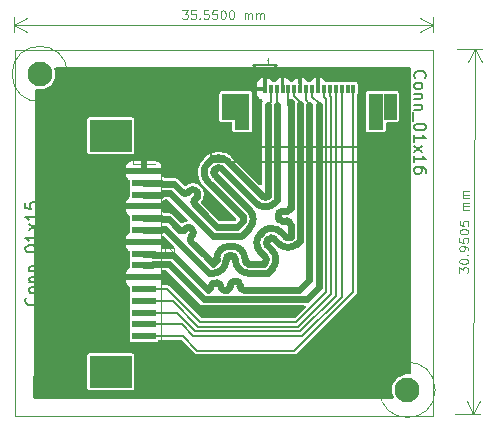
<source format=gbr>
%TF.GenerationSoftware,KiCad,Pcbnew,8.0.3-8.0.3-0~ubuntu22.04.1*%
%TF.CreationDate,2024-07-04T16:51:48+05:30*%
%TF.ProjectId,CSI,4353492e-6b69-4636-9164-5f7063625858,rev?*%
%TF.SameCoordinates,Original*%
%TF.FileFunction,Other,User*%
%FSLAX46Y46*%
G04 Gerber Fmt 4.6, Leading zero omitted, Abs format (unit mm)*
G04 Created by KiCad (PCBNEW 8.0.3-8.0.3-0~ubuntu22.04.1) date 2024-07-04 16:51:48*
%MOMM*%
%LPD*%
G01*
G04 APERTURE LIST*
%ADD10C,0.050000*%
%ADD11C,0.127000*%
%ADD12C,2.100000*%
%TA.AperFunction,EtchedComponent*%
%ADD13C,0.000000*%
%TD*%
%TA.AperFunction,SMDPad,CuDef*%
%ADD14R,2.000000X0.610000*%
%TD*%
%TA.AperFunction,SMDPad,CuDef*%
%ADD15R,3.600000X2.680000*%
%TD*%
%TA.AperFunction,SMDPad,CuDef*%
%ADD16R,0.300000X0.800000*%
%TD*%
%TA.AperFunction,SMDPad,CuDef*%
%ADD17R,1.300000X3.049999*%
%TD*%
%TA.AperFunction,Conductor*%
%ADD18C,0.600000*%
%TD*%
%TA.AperFunction,Conductor*%
%ADD19C,0.200000*%
%TD*%
%ADD20C,0.000000*%
%ADD21R,2.000000X0.610000*%
%ADD22R,3.600000X2.680000*%
%ADD23R,0.300000X0.800000*%
%ADD24R,1.300000X3.049999*%
%ADD25C,0.100000*%
%ADD26C,0.150000*%
%ADD27C,0.120000*%
%ADD28C,0.152400*%
%TA.AperFunction,Profile*%
%ADD29C,0.100000*%
%TD*%
G04 APERTURE END LIST*
D10*
%TO.C,H2*%
X174700000Y-113950000D02*
G75*
G02*
X170000000Y-113950000I-2350000J0D01*
G01*
X170000000Y-113950000D02*
G75*
G02*
X174700000Y-113950000I2350000J0D01*
G01*
%TO.C,H1*%
X143575000Y-87225000D02*
G75*
G02*
X138875000Y-87225000I-2350000J0D01*
G01*
X138875000Y-87225000D02*
G75*
G02*
X143575000Y-87225000I2350000J0D01*
G01*
%TO.C,J2*%
X141225000Y-90465000D02*
X141225000Y-114385000D01*
X141225000Y-114385000D02*
X151525000Y-114385000D01*
X151525000Y-90465000D02*
X141225000Y-90465000D01*
X151525000Y-114385000D02*
X151525000Y-90465000D01*
D11*
%TO.C,J1*%
X155705006Y-87105000D02*
X155705006Y-94645000D01*
X155705006Y-94645000D02*
X172344978Y-94645000D01*
X172344978Y-94645000D02*
X172344978Y-87105000D01*
X172344978Y-87105000D02*
X155705006Y-87105000D01*
%TD*%
D12*
%TO.C,H2*%
X172350000Y-113950000D03*
%TD*%
%TO.C,H1*%
X141225000Y-87225000D03*
%TD*%
D13*
%TA.AperFunction,EtchedComponent*%
%TO.C,J1*%
G36*
X157724992Y-91075000D02*
G01*
X156624992Y-91075000D01*
X156624992Y-88875000D01*
X157724992Y-88875000D01*
X157724992Y-91075000D01*
G37*
%TD.AperFunction*%
%TA.AperFunction,EtchedComponent*%
G36*
X171424992Y-91075000D02*
G01*
X170324992Y-91075000D01*
X170324992Y-88875000D01*
X171424992Y-88875000D01*
X171424992Y-91075000D01*
G37*
%TD.AperFunction*%
%TD*%
D14*
%TO.P,J2,1,Pin_1*%
%TO.N,GND*%
X150025000Y-95425000D03*
%TO.P,J2,2,Pin_2*%
%TO.N,MIPO_DN0*%
X150025000Y-96425000D03*
%TO.P,J2,3,Pin_3*%
%TO.N,MIPO_DP0*%
X150025000Y-97425000D03*
%TO.P,J2,4,Pin_4*%
%TO.N,GND*%
X150025000Y-98425000D03*
%TO.P,J2,5,Pin_5*%
%TO.N,MIPO_DN1*%
X150025000Y-99425000D03*
%TO.P,J2,6,Pin_6*%
%TO.N,MIPO_DP1*%
X150025000Y-100425000D03*
%TO.P,J2,7,Pin_7*%
%TO.N,GND*%
X150025000Y-101425000D03*
%TO.P,J2,8,Pin_8*%
%TO.N,MIPO_CKN*%
X150025000Y-102425000D03*
%TO.P,J2,9,Pin_9*%
%TO.N,MIPO_CKP*%
X150025000Y-103425000D03*
%TO.P,J2,10,Pin_10*%
%TO.N,GND*%
X150025000Y-104425000D03*
%TO.P,J2,11,Pin_11*%
%TO.N,SENSOR_RSTN*%
X150025000Y-105425000D03*
%TO.P,J2,12,Pin_12*%
%TO.N,SENSOR_CLK*%
X150025000Y-106425000D03*
%TO.P,J2,13,Pin_13*%
%TO.N,I2C_SCL*%
X150025000Y-107425000D03*
%TO.P,J2,14,Pin_14*%
%TO.N,I2C_SDA*%
X150025000Y-108425000D03*
%TO.P,J2,15,Pin_15*%
%TO.N,3V3*%
X150025000Y-109425000D03*
D15*
%TO.P,J2,MP*%
%TO.N,N/C*%
X147225000Y-92435000D03*
X147225000Y-112415000D03*
%TD*%
D16*
%TO.P,J1,1,Pin_1*%
%TO.N,GND*%
X160275000Y-88475000D03*
%TO.P,J1,2,Pin_2*%
%TO.N,MIPO_DN0*%
X160774998Y-88475000D03*
%TO.P,J1,3,Pin_3*%
%TO.N,MIPO_DP0*%
X161275000Y-88475000D03*
%TO.P,J1,4,Pin_4*%
%TO.N,GND*%
X161774999Y-88475000D03*
%TO.P,J1,5,Pin_5*%
%TO.N,MIPO_DN1*%
X162275001Y-88475000D03*
%TO.P,J1,6,Pin_6*%
%TO.N,MIPO_DP1*%
X162775000Y-88475000D03*
%TO.P,J1,7,Pin_7*%
%TO.N,GND*%
X163274999Y-88475000D03*
%TO.P,J1,8,Pin_8*%
%TO.N,MIPO_CKN*%
X163775000Y-88475000D03*
%TO.P,J1,9,Pin_9*%
%TO.N,MIPO_CKP*%
X164274999Y-88475000D03*
%TO.P,J1,10,Pin_10*%
%TO.N,GND*%
X164775001Y-88475000D03*
%TO.P,J1,11,Pin_11*%
%TO.N,SENSOR_RSTN*%
X165275000Y-88475000D03*
%TO.P,J1,12,Pin_12*%
%TO.N,SENSOR_CLK*%
X165774999Y-88475000D03*
%TO.P,J1,13,Pin_13*%
%TO.N,I2C_SCL*%
X166275000Y-88475000D03*
%TO.P,J1,14,Pin_14*%
%TO.N,I2C_SDA*%
X166774999Y-88475000D03*
%TO.P,J1,15,Pin_15*%
%TO.N,unconnected-(J1-Pin_15-Pad15)*%
X167275001Y-88475000D03*
%TO.P,J1,16,Pin_16*%
%TO.N,3V3*%
X167775000Y-88475000D03*
D17*
%TO.P,J1,P1*%
%TO.N,N/C*%
X158375000Y-90400000D03*
%TO.P,J1,P2*%
X169674984Y-90400000D03*
%TD*%
D18*
%TO.N,MIPO_DN1*%
X162450000Y-98524869D02*
G75*
G02*
X162130000Y-98844900I-320000J-31D01*
G01*
X161714911Y-98844869D02*
G75*
G03*
X161394869Y-99164869I-11J-320031D01*
G01*
X161394911Y-99324869D02*
G75*
G03*
X161714911Y-99644889I319989J-31D01*
G01*
X162425736Y-89574264D02*
X162450000Y-89598528D01*
X162450000Y-89598528D02*
X162450000Y-90024869D01*
X162130000Y-98844869D02*
X161714911Y-98844869D01*
X162130000Y-99644869D02*
G75*
G02*
X162450031Y-99964869I0J-320031D01*
G01*
X161394911Y-99164869D02*
X161394911Y-99324869D01*
X162450000Y-99964869D02*
X162450000Y-100124869D01*
X162450000Y-100703453D02*
X162450000Y-100800000D01*
X162450000Y-90024869D02*
X162450000Y-98524869D01*
X161714911Y-99644869D02*
X162130000Y-99644869D01*
X162450000Y-100124869D02*
X162450000Y-100703453D01*
%TO.N,MIPO_DP1*%
X160752944Y-103837741D02*
X160515686Y-104075000D01*
X160894363Y-102140683D02*
G75*
G02*
X160894363Y-103696317I-777863J-777817D01*
G01*
X160894363Y-103696317D02*
X160752944Y-103837741D01*
X163250000Y-100800000D02*
X163250000Y-101340686D01*
X161042856Y-101157805D02*
G75*
G03*
X160618592Y-101157805I-212132J-212132D01*
G01*
X163250000Y-89775002D02*
X163250000Y-100800000D01*
%TO.N,MIPO_DN1*%
X160328679Y-103130633D02*
X160187258Y-103272055D01*
%TO.N,MIPO_DP1*%
X160618592Y-101157805D02*
X160477170Y-101299226D01*
X160477170Y-101299226D02*
G75*
G03*
X160477128Y-101723532I212130J-212174D01*
G01*
X160477170Y-101723490D02*
X160894363Y-102140683D01*
X160515686Y-104075000D02*
X160075000Y-104075000D01*
X161460050Y-101574999D02*
X161042856Y-101157805D01*
%TO.N,MIPO_DN1*%
X160075000Y-103275000D02*
X159592157Y-103275000D01*
%TO.N,MIPO_DP1*%
X163250000Y-101340686D02*
X163015685Y-101574999D01*
X163015685Y-101574999D02*
G75*
G02*
X161460051Y-101574999I-777817J777816D01*
G01*
X160075000Y-104075000D02*
X159592157Y-104075000D01*
%TO.N,MIPO_DN1*%
X160052908Y-100592120D02*
X159911486Y-100733541D01*
X159911486Y-102289176D02*
X160328679Y-102706369D01*
X160187258Y-103272055D02*
X160184314Y-103275000D01*
X160184314Y-103275000D02*
X160075000Y-103275000D01*
X162450000Y-101009314D02*
G75*
G02*
X162025736Y-101009314I-212132J212132D01*
G01*
X161608542Y-100592120D02*
G75*
G03*
X160052908Y-100592120I-777817J-777818D01*
G01*
X159911486Y-100733541D02*
G75*
G03*
X159911444Y-102289217I777814J-777859D01*
G01*
X160328679Y-102706369D02*
G75*
G02*
X160328678Y-103130632I-212179J-212131D01*
G01*
X162450000Y-100800000D02*
X162450000Y-101009314D01*
X162025736Y-101009314D02*
X161608542Y-100592120D01*
D19*
X162275001Y-88475000D02*
X162275001Y-89800003D01*
X162275001Y-89800003D02*
X162350000Y-89875002D01*
D18*
X153014990Y-100399304D02*
G75*
G03*
X153467538Y-100399304I226274J226273D01*
G01*
X153580676Y-100286167D02*
G75*
G02*
X154033224Y-100286167I226274J-226273D01*
G01*
X154146361Y-100851852D02*
X154033222Y-100964988D01*
X155094999Y-102479313D02*
X155282843Y-102667157D01*
X154146361Y-100399304D02*
G75*
G02*
X154146383Y-100851874I-226261J-226296D01*
G01*
X154033222Y-100964988D02*
G75*
G03*
X154033184Y-101417574I226278J-226312D01*
G01*
X154146360Y-101530674D02*
X155094999Y-102479313D01*
X152553134Y-99937448D02*
X153014990Y-100399304D01*
X153467538Y-100399304D02*
X153580676Y-100286167D01*
X154033222Y-101417536D02*
X154146360Y-101530674D01*
X154033224Y-100286167D02*
X154146361Y-100399304D01*
%TO.N,MIPO_DP1*%
X151987448Y-100503134D02*
X154717157Y-103232843D01*
X157490686Y-102595000D02*
G75*
G02*
X157790700Y-102895000I14J-300000D01*
G01*
X155890686Y-104075000D02*
G75*
G03*
X156990700Y-102975000I14J1100000D01*
G01*
%TO.N,MIPO_DN1*%
X155282843Y-102667157D02*
X155890686Y-103275000D01*
X158890686Y-103275000D02*
X159090686Y-103275000D01*
X156190686Y-102895000D02*
G75*
G02*
X157290686Y-101794986I1100014J0D01*
G01*
X157490686Y-101795000D02*
G75*
G02*
X158590700Y-102895000I14J-1100000D01*
G01*
X158590686Y-102975000D02*
G75*
G03*
X158890686Y-103275014I300014J0D01*
G01*
X157290686Y-101795000D02*
X157490686Y-101795000D01*
X159090686Y-103275000D02*
X159592157Y-103275000D01*
X155890686Y-103275000D02*
G75*
G03*
X156190700Y-102975000I14J300000D01*
G01*
%TO.N,MIPO_DP1*%
X159090686Y-104075000D02*
X159592157Y-104075000D01*
X157790686Y-102895000D02*
X157790686Y-102975000D01*
X156990686Y-102975000D02*
X156990686Y-102895000D01*
X158890686Y-104075000D02*
X159090686Y-104075000D01*
%TO.N,MIPO_DN1*%
X156190686Y-102975000D02*
X156190686Y-102895000D01*
%TO.N,MIPO_DP1*%
X157290686Y-102595000D02*
X157490686Y-102595000D01*
X155559314Y-104075000D02*
X155890686Y-104075000D01*
X156990686Y-102895000D02*
G75*
G02*
X157290686Y-102594986I300014J0D01*
G01*
%TO.N,MIPO_DN1*%
X158590686Y-102895000D02*
X158590686Y-102975000D01*
%TO.N,MIPO_DP1*%
X154717157Y-103232843D02*
X155559314Y-104075000D01*
X157790686Y-102975000D02*
G75*
G03*
X158890686Y-104075014I1100014J0D01*
G01*
%TO.N,MIPO_DN0*%
X152784869Y-96719183D02*
X152590686Y-96525000D01*
X153198853Y-97133167D02*
X152784869Y-96719183D01*
X153311988Y-97246301D02*
X153198853Y-97133167D01*
X153945596Y-97065243D02*
X153764537Y-97246301D01*
X152590686Y-96525000D02*
X151625001Y-96525000D01*
X154330224Y-97811989D02*
X154511282Y-97630930D01*
X151625001Y-96525000D02*
X151525001Y-96425000D01*
X155372037Y-99306351D02*
X154330224Y-98264538D01*
X153764537Y-97246301D02*
G75*
G02*
X153311989Y-97246301I-226274J226274D01*
G01*
X154398144Y-97065243D02*
G75*
G03*
X153945596Y-97065243I-226274J-226273D01*
G01*
X151525001Y-96425000D02*
X150025000Y-96425000D01*
X154511282Y-97630930D02*
G75*
G03*
X154511238Y-97178426I-226282J226230D01*
G01*
X154511282Y-97178381D02*
X154398144Y-97065243D01*
X154330224Y-98264538D02*
G75*
G02*
X154330260Y-97812026I226276J226238D01*
G01*
%TO.N,MIPO_CKN*%
X154844617Y-104903931D02*
X155440686Y-105500000D01*
X152465686Y-102525000D02*
X154844617Y-104903931D01*
X155440686Y-105500000D02*
G75*
G03*
X155740700Y-105200000I14J300000D01*
G01*
X150820000Y-102525000D02*
X152465686Y-102525000D01*
X163175000Y-105500000D02*
X164050000Y-104625000D01*
X150720000Y-102425000D02*
X150820000Y-102525000D01*
X164050000Y-104625000D02*
X164050000Y-89800000D01*
X150025000Y-102425000D02*
X150720000Y-102425000D01*
X155740686Y-105200000D02*
G75*
G02*
X156040686Y-104899986I300014J0D01*
G01*
X158160686Y-105180000D02*
G75*
G03*
X158480686Y-105500014I320014J0D01*
G01*
X157840686Y-104752357D02*
G75*
G02*
X158160743Y-105072357I14J-320043D01*
G01*
X157360686Y-105072357D02*
G75*
G02*
X157680686Y-104752386I320014J-43D01*
G01*
X157040686Y-105500000D02*
G75*
G03*
X157360700Y-105180000I14J320000D01*
G01*
X158640686Y-105500000D02*
X159463556Y-105500000D01*
X156240686Y-104900000D02*
G75*
G02*
X156540700Y-105200000I14J-300000D01*
G01*
X156540686Y-105200000D02*
G75*
G03*
X156840686Y-105500014I300014J0D01*
G01*
X156040686Y-104900000D02*
X156240686Y-104900000D01*
X156840686Y-105500000D02*
X157040686Y-105500000D01*
X157360686Y-105180000D02*
X157360686Y-105072357D01*
X157680686Y-104752357D02*
X157840686Y-104752357D01*
X159463556Y-105500000D02*
X163175000Y-105500000D01*
X158160686Y-105072357D02*
X158160686Y-105180000D01*
X158480686Y-105500000D02*
X158640686Y-105500000D01*
%TO.N,MIPO_DN0*%
X155447972Y-96325663D02*
X158403678Y-99281369D01*
X158262258Y-99847055D02*
X157936976Y-100172338D01*
X160525000Y-89800000D02*
X160525000Y-90491947D01*
X158403678Y-99281369D02*
G75*
G02*
X158403677Y-99705632I-212178J-212131D01*
G01*
X155447972Y-94770028D02*
G75*
G03*
X155448017Y-96325617I777828J-777772D01*
G01*
X158403678Y-99705633D02*
X158262258Y-99847055D01*
%TO.N,MIPO_DP0*%
X151525001Y-97425000D02*
X150025000Y-97425000D01*
%TO.N,MIPO_DN0*%
X155589394Y-94628607D02*
X155447972Y-94770028D01*
%TO.N,MIPO_DP0*%
X159535050Y-98149999D02*
X156579343Y-95194292D01*
X151625001Y-97325000D02*
X151525001Y-97425000D01*
%TO.N,MIPO_DN0*%
X157145029Y-94628607D02*
G75*
G03*
X155589395Y-94628607I-777817J-777816D01*
G01*
%TO.N,MIPO_DP0*%
X152259314Y-97325000D02*
X151625001Y-97325000D01*
X154806351Y-99872037D02*
X152259314Y-97325000D01*
%TO.N,MIPO_DN0*%
X160525000Y-97584314D02*
G75*
G02*
X160100736Y-97584314I-212132J212132D01*
G01*
%TO.N,MIPO_DP0*%
X155906652Y-100972338D02*
X154806351Y-99872037D01*
%TO.N,MIPO_DN0*%
X160100736Y-97584314D02*
X157145029Y-94628607D01*
X160525000Y-90491947D02*
X160525000Y-97584314D01*
%TO.N,MIPO_DP0*%
X158969363Y-98715683D02*
G75*
G02*
X158969363Y-100271318I-777863J-777817D01*
G01*
X156155079Y-95194292D02*
X156013657Y-95335713D01*
X161325000Y-90491947D02*
X161325000Y-97915686D01*
X161325000Y-97915686D02*
X161090685Y-98149999D01*
X156579343Y-95194292D02*
G75*
G03*
X156155079Y-95194292I-212132J-212132D01*
G01*
X156013657Y-95759977D02*
X158969363Y-98715683D01*
X161090685Y-98149999D02*
G75*
G02*
X159535051Y-98149999I-777817J777816D01*
G01*
X158827944Y-100412741D02*
X158268348Y-100972338D01*
X158969363Y-100271318D02*
X158827944Y-100412741D01*
X156013657Y-95335713D02*
G75*
G03*
X156013702Y-95759932I212143J-212087D01*
G01*
X161325000Y-89800000D02*
X161325000Y-90491947D01*
X158268348Y-100972338D02*
X155906652Y-100972338D01*
%TO.N,MIPO_DN0*%
X157936976Y-100172338D02*
X156238024Y-100172338D01*
X156238024Y-100172338D02*
X155372037Y-99306351D01*
%TO.N,MIPO_CKP*%
X164850000Y-105265686D02*
X164850000Y-89800000D01*
X163815686Y-106300000D02*
X164850000Y-105265686D01*
X155109314Y-106300000D02*
X163815686Y-106300000D01*
X152134314Y-103325000D02*
X155109314Y-106300000D01*
X150820000Y-103325000D02*
X152134314Y-103325000D01*
X150720000Y-103425000D02*
X150820000Y-103325000D01*
X150025000Y-103425000D02*
X150720000Y-103425000D01*
%TO.N,MIPO_DN1*%
X151625001Y-99525000D02*
X151649958Y-99525000D01*
%TO.N,MIPO_DP1*%
X150025000Y-100425000D02*
X150990143Y-100425000D01*
X150990143Y-100425000D02*
X151525001Y-100425000D01*
%TO.N,MIPO_DN1*%
X150025000Y-99425000D02*
X150990143Y-99425000D01*
X150990143Y-99425000D02*
X151525001Y-99425000D01*
X151525001Y-99425000D02*
X151625001Y-99525000D01*
D19*
%TO.N,MIPO_DP1*%
X163250000Y-89550000D02*
X163250000Y-89775002D01*
X162775000Y-89075000D02*
X163250000Y-89550000D01*
X162775000Y-88475000D02*
X162775000Y-89075000D01*
D18*
X151525001Y-100425000D02*
X151625001Y-100325000D01*
X151625001Y-100325000D02*
X151649958Y-100325000D01*
X151649958Y-100325000D02*
X151809314Y-100325000D01*
X151809314Y-100325000D02*
X151987448Y-100503134D01*
%TO.N,MIPO_DN1*%
X151649958Y-99525000D02*
X152140686Y-99525000D01*
X152140686Y-99525000D02*
X152553134Y-99937448D01*
D19*
%TO.N,MIPO_DP0*%
X161275000Y-88475000D02*
X161275000Y-89750000D01*
X161275000Y-89750000D02*
X161325000Y-89800000D01*
%TO.N,MIPO_DN0*%
X160774998Y-88475000D02*
X160774998Y-89550002D01*
X160774998Y-89550002D02*
X160525000Y-89800000D01*
%TO.N,3V3*%
X150025000Y-109425000D02*
X153325000Y-109425000D01*
X153325000Y-109425000D02*
X154550000Y-110650000D01*
X154550000Y-110650000D02*
X162762744Y-110650000D01*
X162762744Y-110650000D02*
X167775000Y-105637744D01*
X167775000Y-105637744D02*
X167775000Y-88475000D01*
%TO.N,I2C_SDA*%
X150025000Y-108425000D02*
X153234314Y-108425000D01*
X153234314Y-108425000D02*
X154209314Y-109400000D01*
X163447058Y-109400000D02*
X166774999Y-106072059D01*
X154209314Y-109400000D02*
X163447058Y-109400000D01*
X166774999Y-106072059D02*
X166774999Y-88475000D01*
%TO.N,I2C_SCL*%
X150025000Y-107425000D02*
X152800000Y-107425000D01*
X152800000Y-107425000D02*
X154375000Y-109000000D01*
X163281372Y-109000000D02*
X154375000Y-109000000D01*
X166275000Y-106006372D02*
X163281372Y-109000000D01*
X166275000Y-88475000D02*
X166275000Y-106006372D01*
%TO.N,SENSOR_CLK*%
X150025000Y-106425000D02*
X152459314Y-106425000D01*
X152459314Y-106425000D02*
X154634314Y-108600000D01*
X163115686Y-108600000D02*
X165850000Y-105865686D01*
X154634314Y-108600000D02*
X163115686Y-108600000D01*
X165850000Y-105865686D02*
X165850000Y-89134316D01*
X165850000Y-89134316D02*
X165774999Y-89059315D01*
X165774999Y-89059315D02*
X165774999Y-88475000D01*
%TO.N,SENSOR_RSTN*%
X165275000Y-88475000D02*
X165275000Y-89125001D01*
X165275000Y-89125001D02*
X165450000Y-89300001D01*
X165450000Y-89300001D02*
X165450000Y-105700000D01*
X165450000Y-105700000D02*
X162950000Y-108200000D01*
X162950000Y-108200000D02*
X154800000Y-108200000D01*
X154800000Y-108200000D02*
X152025000Y-105425000D01*
X152025000Y-105425000D02*
X150025000Y-105425000D01*
%TO.N,MIPO_CKN*%
X163775000Y-88475000D02*
X163775000Y-89451474D01*
X163775000Y-89451474D02*
X164050000Y-89726474D01*
X164050000Y-89726474D02*
X164050000Y-89800000D01*
%TO.N,MIPO_CKP*%
X164274999Y-88475000D02*
X164274999Y-89124998D01*
X164274999Y-89124998D02*
X164850000Y-89699999D01*
X164850000Y-89699999D02*
X164850000Y-89800000D01*
%TD*%
%TA.AperFunction,Conductor*%
%TO.N,GND*%
G36*
X172593039Y-86669685D02*
G01*
X172638794Y-86722489D01*
X172650000Y-86774000D01*
X172650000Y-112535618D01*
X172630315Y-112602657D01*
X172577511Y-112648412D01*
X172508353Y-112658356D01*
X172506603Y-112658092D01*
X172452352Y-112649500D01*
X172247648Y-112649500D01*
X172223329Y-112653351D01*
X172045465Y-112681522D01*
X171850776Y-112744781D01*
X171668386Y-112837715D01*
X171502786Y-112958028D01*
X171358028Y-113102786D01*
X171237715Y-113268386D01*
X171144781Y-113450776D01*
X171081522Y-113645465D01*
X171049500Y-113847648D01*
X171049500Y-114052351D01*
X171081522Y-114254534D01*
X171118726Y-114369035D01*
X171144780Y-114449219D01*
X171144781Y-114449222D01*
X171144782Y-114449223D01*
X171180694Y-114519705D01*
X171193590Y-114588375D01*
X171167313Y-114653115D01*
X171110207Y-114693372D01*
X171070209Y-114700000D01*
X140799665Y-114700000D01*
X140732626Y-114680315D01*
X140686871Y-114627511D01*
X140675667Y-114575337D01*
X140694491Y-111055247D01*
X145224500Y-111055247D01*
X145224500Y-113774752D01*
X145236131Y-113833229D01*
X145236132Y-113833230D01*
X145280447Y-113899552D01*
X145346769Y-113943867D01*
X145346770Y-113943868D01*
X145405247Y-113955499D01*
X145405250Y-113955500D01*
X145405252Y-113955500D01*
X149044750Y-113955500D01*
X149044751Y-113955499D01*
X149059568Y-113952552D01*
X149103229Y-113943868D01*
X149103229Y-113943867D01*
X149103231Y-113943867D01*
X149169552Y-113899552D01*
X149213867Y-113833231D01*
X149213867Y-113833229D01*
X149213868Y-113833229D01*
X149225499Y-113774752D01*
X149225500Y-113774750D01*
X149225500Y-111055249D01*
X149225499Y-111055247D01*
X149213868Y-110996770D01*
X149213867Y-110996769D01*
X149169552Y-110930447D01*
X149103230Y-110886132D01*
X149103229Y-110886131D01*
X149044752Y-110874500D01*
X149044748Y-110874500D01*
X145405252Y-110874500D01*
X145405247Y-110874500D01*
X145346770Y-110886131D01*
X145346769Y-110886132D01*
X145280447Y-110930447D01*
X145236132Y-110996769D01*
X145236131Y-110996770D01*
X145224500Y-111055247D01*
X140694491Y-111055247D01*
X140726405Y-105087187D01*
X140776737Y-95675000D01*
X148525000Y-95675000D01*
X148525000Y-95777844D01*
X148531401Y-95837372D01*
X148531403Y-95837379D01*
X148581645Y-95972086D01*
X148581649Y-95972093D01*
X148667809Y-96087187D01*
X148667812Y-96087190D01*
X148774811Y-96167290D01*
X148816682Y-96223223D01*
X148824500Y-96266556D01*
X148824500Y-96749752D01*
X148836131Y-96808229D01*
X148836132Y-96808230D01*
X148868124Y-96856109D01*
X148889002Y-96922786D01*
X148870518Y-96990167D01*
X148868124Y-96993891D01*
X148836132Y-97041769D01*
X148836131Y-97041770D01*
X148824500Y-97100247D01*
X148824500Y-97583443D01*
X148804815Y-97650482D01*
X148774812Y-97682709D01*
X148667809Y-97762812D01*
X148581649Y-97877906D01*
X148581645Y-97877913D01*
X148531403Y-98012620D01*
X148531401Y-98012627D01*
X148525000Y-98072155D01*
X148525000Y-98175000D01*
X151525000Y-98175000D01*
X151525000Y-98072172D01*
X151524999Y-98072163D01*
X151522866Y-98052325D01*
X151535269Y-97983565D01*
X151582878Y-97932426D01*
X151614055Y-97919293D01*
X151718187Y-97891392D01*
X151769409Y-97861819D01*
X151803541Y-97842113D01*
X151865541Y-97825500D01*
X152000638Y-97825500D01*
X152067677Y-97845185D01*
X152088319Y-97861819D01*
X153722496Y-99495996D01*
X153755981Y-99557319D01*
X153750997Y-99627011D01*
X153709125Y-99682944D01*
X153659007Y-99705294D01*
X153567624Y-99723471D01*
X153567614Y-99723474D01*
X153418303Y-99785320D01*
X153418290Y-99785327D01*
X153317395Y-99852744D01*
X153250717Y-99873622D01*
X153183337Y-99855137D01*
X153160823Y-99837323D01*
X152448002Y-99124502D01*
X152448000Y-99124500D01*
X152377861Y-99084005D01*
X152333873Y-99058608D01*
X152269811Y-99041443D01*
X152206578Y-99024500D01*
X152206577Y-99024500D01*
X151865541Y-99024500D01*
X151803541Y-99007887D01*
X151718190Y-98958609D01*
X151718191Y-98958609D01*
X151691866Y-98951555D01*
X151614060Y-98930707D01*
X151554401Y-98894343D01*
X151523872Y-98831496D01*
X151522866Y-98797673D01*
X151524999Y-98777834D01*
X151525000Y-98777827D01*
X151525000Y-98675000D01*
X148525000Y-98675000D01*
X148525000Y-98777844D01*
X148531401Y-98837372D01*
X148531403Y-98837379D01*
X148581645Y-98972086D01*
X148581649Y-98972093D01*
X148667809Y-99087187D01*
X148667812Y-99087190D01*
X148774811Y-99167290D01*
X148816682Y-99223223D01*
X148824500Y-99266556D01*
X148824500Y-99749752D01*
X148836131Y-99808229D01*
X148836132Y-99808230D01*
X148868124Y-99856109D01*
X148889002Y-99922786D01*
X148870518Y-99990167D01*
X148868124Y-99993891D01*
X148836132Y-100041769D01*
X148836131Y-100041770D01*
X148824500Y-100100247D01*
X148824500Y-100583443D01*
X148804815Y-100650482D01*
X148774812Y-100682709D01*
X148667809Y-100762812D01*
X148581649Y-100877906D01*
X148581645Y-100877913D01*
X148531403Y-101012620D01*
X148531401Y-101012627D01*
X148525000Y-101072155D01*
X148525000Y-101175000D01*
X151525000Y-101175000D01*
X151525000Y-101072172D01*
X151524999Y-101072165D01*
X151523583Y-101058994D01*
X151535986Y-100990234D01*
X151583594Y-100939095D01*
X151651293Y-100921813D01*
X151717588Y-100943875D01*
X151734553Y-100958053D01*
X152589319Y-101812819D01*
X152622804Y-101874142D01*
X152617820Y-101943834D01*
X152575948Y-101999767D01*
X152510484Y-102024184D01*
X152501638Y-102024500D01*
X151627398Y-102024500D01*
X151560359Y-102004815D01*
X151514604Y-101952011D01*
X151504660Y-101882853D01*
X151511217Y-101857165D01*
X151518596Y-101837380D01*
X151518598Y-101837372D01*
X151524999Y-101777844D01*
X151525000Y-101777827D01*
X151525000Y-101675000D01*
X148525000Y-101675000D01*
X148525000Y-101777844D01*
X148531401Y-101837372D01*
X148531403Y-101837379D01*
X148581645Y-101972086D01*
X148581649Y-101972093D01*
X148667809Y-102087187D01*
X148667812Y-102087190D01*
X148774811Y-102167290D01*
X148816682Y-102223223D01*
X148824500Y-102266556D01*
X148824500Y-102749752D01*
X148836131Y-102808229D01*
X148836132Y-102808230D01*
X148868124Y-102856109D01*
X148889002Y-102922786D01*
X148870518Y-102990167D01*
X148868124Y-102993891D01*
X148836132Y-103041769D01*
X148836131Y-103041770D01*
X148824500Y-103100247D01*
X148824500Y-103583443D01*
X148804815Y-103650482D01*
X148774812Y-103682709D01*
X148667809Y-103762812D01*
X148581649Y-103877906D01*
X148581645Y-103877913D01*
X148531403Y-104012620D01*
X148531401Y-104012627D01*
X148525000Y-104072155D01*
X148525000Y-104175000D01*
X151525000Y-104175000D01*
X151525000Y-104072172D01*
X151524999Y-104072155D01*
X151518598Y-104012627D01*
X151518596Y-104012619D01*
X151511217Y-103992835D01*
X151506231Y-103923144D01*
X151539715Y-103861820D01*
X151601038Y-103828334D01*
X151627398Y-103825500D01*
X151875638Y-103825500D01*
X151942677Y-103845185D01*
X151963319Y-103861819D01*
X154708814Y-106607314D01*
X154802000Y-106700500D01*
X154879397Y-106745185D01*
X154887300Y-106749748D01*
X154887302Y-106749749D01*
X154916125Y-106766391D01*
X154916127Y-106766391D01*
X154916128Y-106766392D01*
X155043421Y-106800500D01*
X155043422Y-106800500D01*
X155043423Y-106800500D01*
X163625166Y-106800500D01*
X163692205Y-106820185D01*
X163737960Y-106872989D01*
X163747904Y-106942147D01*
X163718879Y-107005703D01*
X163712847Y-107012181D01*
X162861848Y-107863181D01*
X162800525Y-107896666D01*
X162774167Y-107899500D01*
X154975833Y-107899500D01*
X154908794Y-107879815D01*
X154888152Y-107863181D01*
X152209514Y-105184542D01*
X152201645Y-105179999D01*
X152140989Y-105144979D01*
X152064562Y-105124500D01*
X152064560Y-105124500D01*
X151590101Y-105124500D01*
X151523062Y-105104815D01*
X151477307Y-105052011D01*
X151467363Y-104982853D01*
X151473919Y-104957167D01*
X151518596Y-104837379D01*
X151518598Y-104837372D01*
X151524999Y-104777844D01*
X151525000Y-104777827D01*
X151525000Y-104675000D01*
X148525000Y-104675000D01*
X148525000Y-104777844D01*
X148531401Y-104837372D01*
X148531403Y-104837379D01*
X148581645Y-104972086D01*
X148581649Y-104972093D01*
X148667809Y-105087187D01*
X148667812Y-105087190D01*
X148774811Y-105167290D01*
X148816682Y-105223223D01*
X148824500Y-105266556D01*
X148824500Y-105749752D01*
X148836131Y-105808229D01*
X148836132Y-105808230D01*
X148868124Y-105856109D01*
X148889002Y-105922786D01*
X148870518Y-105990167D01*
X148868124Y-105993891D01*
X148836132Y-106041769D01*
X148836131Y-106041770D01*
X148824500Y-106100247D01*
X148824500Y-106749752D01*
X148836131Y-106808229D01*
X148836132Y-106808230D01*
X148868124Y-106856109D01*
X148889002Y-106922786D01*
X148870518Y-106990167D01*
X148868124Y-106993891D01*
X148836132Y-107041769D01*
X148836131Y-107041770D01*
X148824500Y-107100247D01*
X148824500Y-107749752D01*
X148836131Y-107808229D01*
X148836132Y-107808230D01*
X148868124Y-107856109D01*
X148889002Y-107922786D01*
X148870518Y-107990167D01*
X148868124Y-107993891D01*
X148836132Y-108041769D01*
X148836131Y-108041770D01*
X148824500Y-108100247D01*
X148824500Y-108749752D01*
X148836131Y-108808229D01*
X148836132Y-108808230D01*
X148868124Y-108856109D01*
X148889002Y-108922786D01*
X148870518Y-108990167D01*
X148868124Y-108993891D01*
X148836132Y-109041769D01*
X148836131Y-109041770D01*
X148824500Y-109100247D01*
X148824500Y-109749752D01*
X148836131Y-109808229D01*
X148836132Y-109808230D01*
X148880447Y-109874552D01*
X148946769Y-109918867D01*
X148946770Y-109918868D01*
X149005247Y-109930499D01*
X149005250Y-109930500D01*
X149005252Y-109930500D01*
X151044750Y-109930500D01*
X151044751Y-109930499D01*
X151059568Y-109927552D01*
X151103229Y-109918868D01*
X151103229Y-109918867D01*
X151103231Y-109918867D01*
X151169552Y-109874552D01*
X151213867Y-109808231D01*
X151213867Y-109808226D01*
X151216430Y-109802044D01*
X151260273Y-109747642D01*
X151326567Y-109725579D01*
X151330990Y-109725500D01*
X153149167Y-109725500D01*
X153216206Y-109745185D01*
X153236848Y-109761819D01*
X154365489Y-110890460D01*
X154424829Y-110924720D01*
X154434008Y-110930020D01*
X154434012Y-110930022D01*
X154510438Y-110950500D01*
X154510440Y-110950500D01*
X162802304Y-110950500D01*
X162802306Y-110950500D01*
X162878733Y-110930021D01*
X162947255Y-110890460D01*
X163003204Y-110834511D01*
X168015460Y-105822255D01*
X168024096Y-105807297D01*
X168055021Y-105753733D01*
X168075500Y-105677306D01*
X168075500Y-89048266D01*
X168095185Y-88981227D01*
X168096398Y-88979374D01*
X168113867Y-88953231D01*
X168125500Y-88894748D01*
X168125500Y-88855247D01*
X168824484Y-88855247D01*
X168824484Y-91944752D01*
X168836115Y-92003229D01*
X168836116Y-92003230D01*
X168880431Y-92069552D01*
X168946753Y-92113867D01*
X168946754Y-92113868D01*
X169005231Y-92125499D01*
X169005234Y-92125500D01*
X169005236Y-92125500D01*
X170344734Y-92125500D01*
X170344735Y-92125499D01*
X170359552Y-92122552D01*
X170403213Y-92113868D01*
X170403213Y-92113867D01*
X170403215Y-92113867D01*
X170469536Y-92069552D01*
X170513851Y-92003231D01*
X170513851Y-92003229D01*
X170513852Y-92003229D01*
X170525483Y-91944752D01*
X170525484Y-91944750D01*
X170525484Y-91404500D01*
X170545169Y-91337461D01*
X170597973Y-91291706D01*
X170649484Y-91280500D01*
X171424995Y-91280500D01*
X171424995Y-91280499D01*
X171470720Y-91275348D01*
X171553119Y-91235666D01*
X171610141Y-91164163D01*
X171630492Y-91075000D01*
X171630492Y-88875000D01*
X171625340Y-88829272D01*
X171604422Y-88785837D01*
X171585658Y-88746873D01*
X171514155Y-88689851D01*
X171424996Y-88669500D01*
X171424992Y-88669500D01*
X170324992Y-88669500D01*
X170324987Y-88669500D01*
X170287536Y-88673720D01*
X170273652Y-88674500D01*
X169005231Y-88674500D01*
X168946754Y-88686131D01*
X168946753Y-88686132D01*
X168880431Y-88730447D01*
X168836116Y-88796769D01*
X168836115Y-88796770D01*
X168824484Y-88855247D01*
X168125500Y-88855247D01*
X168125500Y-88055252D01*
X168125500Y-88055249D01*
X168125499Y-88055247D01*
X168113868Y-87996770D01*
X168113867Y-87996769D01*
X168069552Y-87930447D01*
X168003230Y-87886132D01*
X168003229Y-87886131D01*
X167944752Y-87874500D01*
X167944748Y-87874500D01*
X167605252Y-87874500D01*
X167549190Y-87885651D01*
X167500809Y-87885650D01*
X167444753Y-87874500D01*
X167444749Y-87874500D01*
X167105253Y-87874500D01*
X167049190Y-87885651D01*
X167000810Y-87885651D01*
X166944747Y-87874500D01*
X166605251Y-87874500D01*
X166549189Y-87885651D01*
X166500808Y-87885650D01*
X166444752Y-87874500D01*
X166444748Y-87874500D01*
X166105252Y-87874500D01*
X166049189Y-87885651D01*
X166000809Y-87885651D01*
X165944747Y-87874500D01*
X165605251Y-87874500D01*
X165549189Y-87885651D01*
X165500808Y-87885650D01*
X165438774Y-87873311D01*
X165439306Y-87870635D01*
X165385410Y-87848835D01*
X165363144Y-87825950D01*
X165282191Y-87717812D01*
X165282188Y-87717809D01*
X165167094Y-87631649D01*
X165167087Y-87631645D01*
X165032380Y-87581403D01*
X165032373Y-87581401D01*
X164972845Y-87575000D01*
X164925001Y-87575000D01*
X164925001Y-88044074D01*
X164924500Y-88054273D01*
X164924500Y-88501000D01*
X164904815Y-88568039D01*
X164852011Y-88613794D01*
X164800500Y-88625000D01*
X164749499Y-88625000D01*
X164682460Y-88605315D01*
X164636705Y-88552511D01*
X164625499Y-88501000D01*
X164625499Y-88054240D01*
X164625001Y-88044104D01*
X164625001Y-87575000D01*
X164577156Y-87575000D01*
X164517628Y-87581401D01*
X164517621Y-87581403D01*
X164382914Y-87631645D01*
X164382907Y-87631649D01*
X164267813Y-87717809D01*
X164267810Y-87717812D01*
X164186858Y-87825950D01*
X164130924Y-87867821D01*
X164111047Y-87872425D01*
X164111224Y-87873312D01*
X164049189Y-87885651D01*
X164000808Y-87885650D01*
X163938774Y-87873311D01*
X163939308Y-87870624D01*
X163885458Y-87848875D01*
X163863140Y-87825950D01*
X163782185Y-87717809D01*
X163667092Y-87631649D01*
X163667085Y-87631645D01*
X163532378Y-87581403D01*
X163532371Y-87581401D01*
X163472843Y-87575000D01*
X163424999Y-87575000D01*
X163424999Y-88044094D01*
X163424500Y-88054252D01*
X163424500Y-88501000D01*
X163404815Y-88568039D01*
X163352011Y-88613794D01*
X163300500Y-88625000D01*
X163249500Y-88625000D01*
X163182461Y-88605315D01*
X163136706Y-88552511D01*
X163125500Y-88501000D01*
X163125500Y-88054273D01*
X163124999Y-88044074D01*
X163124999Y-87575000D01*
X163077154Y-87575000D01*
X163017626Y-87581401D01*
X163017619Y-87581403D01*
X162882912Y-87631645D01*
X162882905Y-87631649D01*
X162767811Y-87717809D01*
X162686855Y-87825951D01*
X162630921Y-87867821D01*
X162611049Y-87872431D01*
X162611225Y-87873312D01*
X162549190Y-87885651D01*
X162500809Y-87885650D01*
X162438775Y-87873311D01*
X162439310Y-87870620D01*
X162385475Y-87848889D01*
X162363140Y-87825950D01*
X162282185Y-87717809D01*
X162167092Y-87631649D01*
X162167085Y-87631645D01*
X162032378Y-87581403D01*
X162032371Y-87581401D01*
X161972843Y-87575000D01*
X161924999Y-87575000D01*
X161924999Y-88044104D01*
X161924501Y-88054240D01*
X161924501Y-88501000D01*
X161904816Y-88568039D01*
X161852012Y-88613794D01*
X161800501Y-88625000D01*
X161749500Y-88625000D01*
X161682461Y-88605315D01*
X161636706Y-88552511D01*
X161625500Y-88501000D01*
X161625500Y-88054273D01*
X161624999Y-88044074D01*
X161624999Y-87575000D01*
X161577154Y-87575000D01*
X161517626Y-87581401D01*
X161517619Y-87581403D01*
X161382912Y-87631645D01*
X161382905Y-87631649D01*
X161267811Y-87717809D01*
X161186855Y-87825951D01*
X161130921Y-87867821D01*
X161111049Y-87872431D01*
X161111225Y-87873312D01*
X161049189Y-87885651D01*
X161000809Y-87885651D01*
X160938773Y-87873312D01*
X160939304Y-87870639D01*
X160885392Y-87848821D01*
X160863143Y-87825950D01*
X160782190Y-87717812D01*
X160782187Y-87717809D01*
X160667093Y-87631649D01*
X160667086Y-87631645D01*
X160532379Y-87581403D01*
X160532372Y-87581401D01*
X160472844Y-87575000D01*
X160425000Y-87575000D01*
X160425000Y-88044063D01*
X160424498Y-88054281D01*
X160424498Y-88501000D01*
X160404813Y-88568039D01*
X160352009Y-88613794D01*
X160300498Y-88625000D01*
X159625000Y-88625000D01*
X159625000Y-88922844D01*
X159631401Y-88982372D01*
X159631403Y-88982379D01*
X159681645Y-89117086D01*
X159681649Y-89117093D01*
X159767809Y-89232187D01*
X159767812Y-89232190D01*
X159882906Y-89318350D01*
X159882913Y-89318354D01*
X160024892Y-89371309D01*
X160023927Y-89373896D01*
X160073208Y-89401952D01*
X160105600Y-89463860D01*
X160099380Y-89533452D01*
X160091372Y-89550064D01*
X160058609Y-89606810D01*
X160058609Y-89606811D01*
X160024500Y-89734108D01*
X160024500Y-96500902D01*
X160004815Y-96567941D01*
X159952011Y-96613696D01*
X159882853Y-96623640D01*
X159819297Y-96594615D01*
X159812819Y-96588583D01*
X157452342Y-94228106D01*
X157418003Y-94193766D01*
X157417986Y-94193751D01*
X157234720Y-94056560D01*
X157234712Y-94056555D01*
X157033787Y-93946841D01*
X157033783Y-93946839D01*
X156952458Y-93916507D01*
X156819276Y-93866833D01*
X156819272Y-93866832D01*
X156819269Y-93866831D01*
X156595573Y-93818168D01*
X156367212Y-93801836D01*
X156367210Y-93801836D01*
X156138849Y-93818168D01*
X155915155Y-93866830D01*
X155700634Y-93946842D01*
X155499710Y-94056555D01*
X155499709Y-94056556D01*
X155316432Y-94193756D01*
X155316418Y-94193768D01*
X155282086Y-94228099D01*
X155282083Y-94228104D01*
X155282081Y-94228106D01*
X155152366Y-94357817D01*
X155143774Y-94366410D01*
X155143729Y-94366452D01*
X155130407Y-94379774D01*
X155130210Y-94379881D01*
X155013075Y-94497027D01*
X155013057Y-94497048D01*
X154875873Y-94680317D01*
X154875871Y-94680319D01*
X154766160Y-94881256D01*
X154766156Y-94881263D01*
X154686157Y-95095772D01*
X154686156Y-95095774D01*
X154637498Y-95319487D01*
X154637497Y-95319497D01*
X154621173Y-95547843D01*
X154621173Y-95547846D01*
X154637511Y-95776205D01*
X154637512Y-95776212D01*
X154680130Y-95972093D01*
X154686184Y-95999917D01*
X154718737Y-96087187D01*
X154766195Y-96214419D01*
X154766196Y-96214421D01*
X154766197Y-96214423D01*
X154823130Y-96318683D01*
X154875926Y-96415365D01*
X155013124Y-96598630D01*
X155013132Y-96598639D01*
X155067091Y-96652596D01*
X157820316Y-99405821D01*
X157853801Y-99467144D01*
X157848817Y-99536836D01*
X157820317Y-99581182D01*
X157765982Y-99635518D01*
X157704659Y-99669004D01*
X157678300Y-99671838D01*
X156496700Y-99671838D01*
X156429661Y-99652153D01*
X156409019Y-99635519D01*
X154899484Y-98125984D01*
X154865999Y-98064661D01*
X154870983Y-97994969D01*
X154899473Y-97950633D01*
X154922412Y-97927690D01*
X155012192Y-97793291D01*
X155074029Y-97643959D01*
X155105545Y-97485433D01*
X155105529Y-97323805D01*
X155073982Y-97165286D01*
X155012116Y-97015966D01*
X155012113Y-97015962D01*
X155012113Y-97015960D01*
X154922314Y-96881591D01*
X154922307Y-96881583D01*
X154865161Y-96824446D01*
X154860177Y-96819463D01*
X154860170Y-96819452D01*
X154860169Y-96819454D01*
X154705455Y-96664740D01*
X154694911Y-96654195D01*
X154694908Y-96654193D01*
X154560529Y-96564403D01*
X154560516Y-96564396D01*
X154411205Y-96502550D01*
X154411195Y-96502547D01*
X154252684Y-96471017D01*
X154252682Y-96471017D01*
X154091058Y-96471017D01*
X154091056Y-96471017D01*
X153932544Y-96502547D01*
X153932534Y-96502550D01*
X153783223Y-96564396D01*
X153783210Y-96564403D01*
X153648831Y-96654193D01*
X153648827Y-96654196D01*
X153625943Y-96677081D01*
X153564620Y-96710566D01*
X153494928Y-96705582D01*
X153450581Y-96677081D01*
X153085125Y-96311625D01*
X153085117Y-96311618D01*
X152898000Y-96124500D01*
X152849765Y-96096651D01*
X152783873Y-96058608D01*
X152720225Y-96041554D01*
X152656578Y-96024500D01*
X152656577Y-96024500D01*
X151865541Y-96024500D01*
X151803541Y-96007887D01*
X151718190Y-95958609D01*
X151718191Y-95958609D01*
X151691866Y-95951555D01*
X151614060Y-95930707D01*
X151554401Y-95894343D01*
X151523872Y-95831496D01*
X151522866Y-95797673D01*
X151524999Y-95777834D01*
X151525000Y-95777827D01*
X151525000Y-95675000D01*
X148525000Y-95675000D01*
X140776737Y-95675000D01*
X140779961Y-95072155D01*
X148525000Y-95072155D01*
X148525000Y-95175000D01*
X149775000Y-95175000D01*
X150275000Y-95175000D01*
X151525000Y-95175000D01*
X151525000Y-95072172D01*
X151524999Y-95072155D01*
X151518598Y-95012627D01*
X151518596Y-95012620D01*
X151468354Y-94877913D01*
X151468350Y-94877906D01*
X151382190Y-94762812D01*
X151382187Y-94762809D01*
X151267093Y-94676649D01*
X151267086Y-94676645D01*
X151132379Y-94626403D01*
X151132372Y-94626401D01*
X151072844Y-94620000D01*
X150275000Y-94620000D01*
X150275000Y-95175000D01*
X149775000Y-95175000D01*
X149775000Y-94620000D01*
X148977155Y-94620000D01*
X148917627Y-94626401D01*
X148917620Y-94626403D01*
X148782913Y-94676645D01*
X148782906Y-94676649D01*
X148667812Y-94762809D01*
X148667809Y-94762812D01*
X148581649Y-94877906D01*
X148581645Y-94877913D01*
X148531403Y-95012620D01*
X148531401Y-95012627D01*
X148525000Y-95072155D01*
X140779961Y-95072155D01*
X140801335Y-91075247D01*
X145224500Y-91075247D01*
X145224500Y-93794752D01*
X145236131Y-93853229D01*
X145236132Y-93853230D01*
X145280447Y-93919552D01*
X145346769Y-93963867D01*
X145346770Y-93963868D01*
X145405247Y-93975499D01*
X145405250Y-93975500D01*
X145405252Y-93975500D01*
X149044750Y-93975500D01*
X149044751Y-93975499D01*
X149059568Y-93972552D01*
X149103229Y-93963868D01*
X149103229Y-93963867D01*
X149103231Y-93963867D01*
X149169552Y-93919552D01*
X149213867Y-93853231D01*
X149213867Y-93853229D01*
X149213868Y-93853229D01*
X149225499Y-93794752D01*
X149225500Y-93794750D01*
X149225500Y-91075249D01*
X149225499Y-91075247D01*
X149213868Y-91016770D01*
X149213867Y-91016769D01*
X149169552Y-90950447D01*
X149103230Y-90906132D01*
X149103229Y-90906131D01*
X149044752Y-90894500D01*
X149044748Y-90894500D01*
X145405252Y-90894500D01*
X145405247Y-90894500D01*
X145346770Y-90906131D01*
X145346769Y-90906132D01*
X145280447Y-90950447D01*
X145236132Y-91016769D01*
X145236131Y-91016770D01*
X145224500Y-91075247D01*
X140801335Y-91075247D01*
X140813101Y-88874995D01*
X156419492Y-88874995D01*
X156419492Y-91075004D01*
X156424643Y-91120728D01*
X156464325Y-91203126D01*
X156464326Y-91203127D01*
X156535829Y-91260149D01*
X156602420Y-91275348D01*
X156624987Y-91280499D01*
X156624992Y-91280500D01*
X157400500Y-91280500D01*
X157467539Y-91300185D01*
X157513294Y-91352989D01*
X157524500Y-91404500D01*
X157524500Y-91944752D01*
X157536131Y-92003229D01*
X157536132Y-92003230D01*
X157580447Y-92069552D01*
X157646769Y-92113867D01*
X157646770Y-92113868D01*
X157705247Y-92125499D01*
X157705250Y-92125500D01*
X157705252Y-92125500D01*
X159044750Y-92125500D01*
X159044751Y-92125499D01*
X159059568Y-92122552D01*
X159103229Y-92113868D01*
X159103229Y-92113867D01*
X159103231Y-92113867D01*
X159169552Y-92069552D01*
X159213867Y-92003231D01*
X159213867Y-92003229D01*
X159213868Y-92003229D01*
X159225499Y-91944752D01*
X159225500Y-91944750D01*
X159225500Y-88855249D01*
X159225499Y-88855247D01*
X159213868Y-88796770D01*
X159213867Y-88796769D01*
X159169552Y-88730447D01*
X159103230Y-88686132D01*
X159103229Y-88686131D01*
X159044752Y-88674500D01*
X159044748Y-88674500D01*
X157760871Y-88674500D01*
X157733277Y-88671391D01*
X157724993Y-88669500D01*
X157724992Y-88669500D01*
X156624992Y-88669500D01*
X156624987Y-88669500D01*
X156579263Y-88674651D01*
X156496865Y-88714333D01*
X156439843Y-88785836D01*
X156419492Y-88874995D01*
X140813101Y-88874995D01*
X140814458Y-88621205D01*
X140834501Y-88554275D01*
X140887548Y-88508803D01*
X140956759Y-88499229D01*
X140957632Y-88499363D01*
X141122648Y-88525500D01*
X141122650Y-88525500D01*
X141327351Y-88525500D01*
X141327352Y-88525500D01*
X141529534Y-88493477D01*
X141724219Y-88430220D01*
X141906610Y-88337287D01*
X141999590Y-88269732D01*
X142072213Y-88216971D01*
X142072215Y-88216968D01*
X142072219Y-88216966D01*
X142216966Y-88072219D01*
X142216968Y-88072215D01*
X142216971Y-88072213D01*
X142249707Y-88027155D01*
X159625000Y-88027155D01*
X159625000Y-88325000D01*
X160125000Y-88325000D01*
X160125000Y-87575000D01*
X160077155Y-87575000D01*
X160017627Y-87581401D01*
X160017620Y-87581403D01*
X159882913Y-87631645D01*
X159882906Y-87631649D01*
X159767812Y-87717809D01*
X159767809Y-87717812D01*
X159681649Y-87832906D01*
X159681645Y-87832913D01*
X159631403Y-87967620D01*
X159631401Y-87967627D01*
X159625000Y-88027155D01*
X142249707Y-88027155D01*
X142292961Y-87967620D01*
X142337287Y-87906610D01*
X142430220Y-87724219D01*
X142493477Y-87529534D01*
X142525500Y-87327352D01*
X142525500Y-87122648D01*
X142493477Y-86920466D01*
X142493476Y-86920462D01*
X142493476Y-86920461D01*
X142458338Y-86812318D01*
X142456343Y-86742477D01*
X142492423Y-86682644D01*
X142555124Y-86651816D01*
X142576269Y-86650000D01*
X172526000Y-86650000D01*
X172593039Y-86669685D01*
G37*
%TD.AperFunction*%
%TD*%
D20*
%TO.C,J1*%
G36*
X157724992Y-91075000D02*
G01*
X156624992Y-91075000D01*
X156624992Y-88875000D01*
X157724992Y-88875000D01*
X157724992Y-91075000D01*
G37*
G36*
X171424992Y-91075000D02*
G01*
X170324992Y-91075000D01*
X170324992Y-88875000D01*
X171424992Y-88875000D01*
X171424992Y-91075000D01*
G37*
%TD*%
D12*
%TO.C,H2*%
X172350000Y-113950000D03*
%TD*%
%TO.C,H1*%
X141225000Y-87225000D03*
%TD*%
D21*
%TO.C,J2*%
X150025000Y-95425000D03*
X150025000Y-96425000D03*
X150025000Y-97425000D03*
X150025000Y-98425000D03*
X150025000Y-99425000D03*
X150025000Y-100425000D03*
X150025000Y-101425000D03*
X150025000Y-102425000D03*
X150025000Y-103425000D03*
X150025000Y-104425000D03*
X150025000Y-105425000D03*
X150025000Y-106425000D03*
X150025000Y-107425000D03*
X150025000Y-108425000D03*
X150025000Y-109425000D03*
D22*
X147225000Y-92435000D03*
X147225000Y-112415000D03*
%TD*%
D23*
%TO.C,J1*%
X160275000Y-88475000D03*
X160774998Y-88475000D03*
X161275000Y-88475000D03*
X161774999Y-88475000D03*
X162275001Y-88475000D03*
X162775000Y-88475000D03*
X163274999Y-88475000D03*
X163775000Y-88475000D03*
X164274999Y-88475000D03*
X164775001Y-88475000D03*
X165275000Y-88475000D03*
X165774999Y-88475000D03*
X166275000Y-88475000D03*
X166774999Y-88475000D03*
X167275001Y-88475000D03*
X167775000Y-88475000D03*
D24*
X158375000Y-90400000D03*
X169674984Y-90400000D03*
%TD*%
D20*
%TO.C,J1*%
G36*
X157724992Y-91075000D02*
G01*
X156624992Y-91075000D01*
X156624992Y-88875000D01*
X157724992Y-88875000D01*
X157724992Y-91075000D01*
G37*
G36*
X171424992Y-91075000D02*
G01*
X170324992Y-91075000D01*
X170324992Y-88875000D01*
X171424992Y-88875000D01*
X171424992Y-91075000D01*
G37*
%TD*%
D21*
%TO.C,J2*%
X150025000Y-95425000D03*
X150025000Y-96425000D03*
X150025000Y-97425000D03*
X150025000Y-98425000D03*
X150025000Y-99425000D03*
X150025000Y-100425000D03*
X150025000Y-101425000D03*
X150025000Y-102425000D03*
X150025000Y-103425000D03*
X150025000Y-104425000D03*
X150025000Y-105425000D03*
X150025000Y-106425000D03*
X150025000Y-107425000D03*
X150025000Y-108425000D03*
X150025000Y-109425000D03*
D22*
X147225000Y-92435000D03*
X147225000Y-112415000D03*
%TD*%
D23*
%TO.C,J1*%
X160275000Y-88475000D03*
X160774998Y-88475000D03*
X161275000Y-88475000D03*
X161774999Y-88475000D03*
X162275001Y-88475000D03*
X162775000Y-88475000D03*
X163274999Y-88475000D03*
X163775000Y-88475000D03*
X164274999Y-88475000D03*
X164775001Y-88475000D03*
X165275000Y-88475000D03*
X165774999Y-88475000D03*
X166275000Y-88475000D03*
X166774999Y-88475000D03*
X167275001Y-88475000D03*
X167775000Y-88475000D03*
D24*
X158375000Y-90400000D03*
X169674984Y-90400000D03*
%TD*%
D25*
X152428014Y-110462782D02*
X152428014Y-110891353D01*
X152428014Y-110677068D02*
X151678014Y-110677068D01*
X151678014Y-110677068D02*
X151785157Y-110748496D01*
X151785157Y-110748496D02*
X151856585Y-110819925D01*
X151856585Y-110819925D02*
X151892300Y-110891353D01*
X151678014Y-109784210D02*
X151678014Y-110141353D01*
X151678014Y-110141353D02*
X152035157Y-110177067D01*
X152035157Y-110177067D02*
X151999442Y-110141353D01*
X151999442Y-110141353D02*
X151963728Y-110069925D01*
X151963728Y-110069925D02*
X151963728Y-109891353D01*
X151963728Y-109891353D02*
X151999442Y-109819925D01*
X151999442Y-109819925D02*
X152035157Y-109784210D01*
X152035157Y-109784210D02*
X152106585Y-109748496D01*
X152106585Y-109748496D02*
X152285157Y-109748496D01*
X152285157Y-109748496D02*
X152356585Y-109784210D01*
X152356585Y-109784210D02*
X152392300Y-109819925D01*
X152392300Y-109819925D02*
X152428014Y-109891353D01*
X152428014Y-109891353D02*
X152428014Y-110069925D01*
X152428014Y-110069925D02*
X152392300Y-110141353D01*
X152392300Y-110141353D02*
X152356585Y-110177067D01*
X167746741Y-87383609D02*
X167461027Y-87383609D01*
X167603884Y-87383609D02*
X167603884Y-86883609D01*
X167603884Y-86883609D02*
X167556265Y-86955038D01*
X167556265Y-86955038D02*
X167508646Y-87002657D01*
X167508646Y-87002657D02*
X167461027Y-87026466D01*
X168175312Y-86883609D02*
X168080074Y-86883609D01*
X168080074Y-86883609D02*
X168032455Y-86907419D01*
X168032455Y-86907419D02*
X168008645Y-86931228D01*
X168008645Y-86931228D02*
X167961026Y-87002657D01*
X167961026Y-87002657D02*
X167937217Y-87097895D01*
X167937217Y-87097895D02*
X167937217Y-87288371D01*
X167937217Y-87288371D02*
X167961026Y-87335990D01*
X167961026Y-87335990D02*
X167984836Y-87359800D01*
X167984836Y-87359800D02*
X168032455Y-87383609D01*
X168032455Y-87383609D02*
X168127693Y-87383609D01*
X168127693Y-87383609D02*
X168175312Y-87359800D01*
X168175312Y-87359800D02*
X168199121Y-87335990D01*
X168199121Y-87335990D02*
X168222931Y-87288371D01*
X168222931Y-87288371D02*
X168222931Y-87169323D01*
X168222931Y-87169323D02*
X168199121Y-87121704D01*
X168199121Y-87121704D02*
X168175312Y-87097895D01*
X168175312Y-87097895D02*
X168127693Y-87074085D01*
X168127693Y-87074085D02*
X168032455Y-87074085D01*
X168032455Y-87074085D02*
X167984836Y-87097895D01*
X167984836Y-87097895D02*
X167961026Y-87121704D01*
X167961026Y-87121704D02*
X167937217Y-87169323D01*
X160723747Y-86376609D02*
X160438033Y-86376609D01*
X160580890Y-86376609D02*
X160580890Y-85876609D01*
X160580890Y-85876609D02*
X160533271Y-85948038D01*
X160533271Y-85948038D02*
X160485652Y-85995657D01*
X160485652Y-85995657D02*
X160438033Y-86019466D01*
X152553014Y-95012782D02*
X152553014Y-95441353D01*
X152553014Y-95227068D02*
X151803014Y-95227068D01*
X151803014Y-95227068D02*
X151910157Y-95298496D01*
X151910157Y-95298496D02*
X151981585Y-95369925D01*
X151981585Y-95369925D02*
X152017300Y-95441353D01*
X151816764Y-102674999D02*
X152352478Y-102674999D01*
X152352478Y-102674999D02*
X152459621Y-102710714D01*
X152459621Y-102710714D02*
X152531050Y-102782142D01*
X152531050Y-102782142D02*
X152566764Y-102889285D01*
X152566764Y-102889285D02*
X152566764Y-102960714D01*
X151888192Y-102353570D02*
X151852478Y-102317856D01*
X151852478Y-102317856D02*
X151816764Y-102246428D01*
X151816764Y-102246428D02*
X151816764Y-102067856D01*
X151816764Y-102067856D02*
X151852478Y-101996428D01*
X151852478Y-101996428D02*
X151888192Y-101960713D01*
X151888192Y-101960713D02*
X151959621Y-101924999D01*
X151959621Y-101924999D02*
X152031050Y-101924999D01*
X152031050Y-101924999D02*
X152138192Y-101960713D01*
X152138192Y-101960713D02*
X152566764Y-102389285D01*
X152566764Y-102389285D02*
X152566764Y-101924999D01*
D26*
X140884580Y-106163095D02*
X140932200Y-106210714D01*
X140932200Y-106210714D02*
X140979819Y-106353571D01*
X140979819Y-106353571D02*
X140979819Y-106448809D01*
X140979819Y-106448809D02*
X140932200Y-106591666D01*
X140932200Y-106591666D02*
X140836961Y-106686904D01*
X140836961Y-106686904D02*
X140741723Y-106734523D01*
X140741723Y-106734523D02*
X140551247Y-106782142D01*
X140551247Y-106782142D02*
X140408390Y-106782142D01*
X140408390Y-106782142D02*
X140217914Y-106734523D01*
X140217914Y-106734523D02*
X140122676Y-106686904D01*
X140122676Y-106686904D02*
X140027438Y-106591666D01*
X140027438Y-106591666D02*
X139979819Y-106448809D01*
X139979819Y-106448809D02*
X139979819Y-106353571D01*
X139979819Y-106353571D02*
X140027438Y-106210714D01*
X140027438Y-106210714D02*
X140075057Y-106163095D01*
X140979819Y-105591666D02*
X140932200Y-105686904D01*
X140932200Y-105686904D02*
X140884580Y-105734523D01*
X140884580Y-105734523D02*
X140789342Y-105782142D01*
X140789342Y-105782142D02*
X140503628Y-105782142D01*
X140503628Y-105782142D02*
X140408390Y-105734523D01*
X140408390Y-105734523D02*
X140360771Y-105686904D01*
X140360771Y-105686904D02*
X140313152Y-105591666D01*
X140313152Y-105591666D02*
X140313152Y-105448809D01*
X140313152Y-105448809D02*
X140360771Y-105353571D01*
X140360771Y-105353571D02*
X140408390Y-105305952D01*
X140408390Y-105305952D02*
X140503628Y-105258333D01*
X140503628Y-105258333D02*
X140789342Y-105258333D01*
X140789342Y-105258333D02*
X140884580Y-105305952D01*
X140884580Y-105305952D02*
X140932200Y-105353571D01*
X140932200Y-105353571D02*
X140979819Y-105448809D01*
X140979819Y-105448809D02*
X140979819Y-105591666D01*
X140313152Y-104829761D02*
X140979819Y-104829761D01*
X140408390Y-104829761D02*
X140360771Y-104782142D01*
X140360771Y-104782142D02*
X140313152Y-104686904D01*
X140313152Y-104686904D02*
X140313152Y-104544047D01*
X140313152Y-104544047D02*
X140360771Y-104448809D01*
X140360771Y-104448809D02*
X140456009Y-104401190D01*
X140456009Y-104401190D02*
X140979819Y-104401190D01*
X140313152Y-103924999D02*
X140979819Y-103924999D01*
X140408390Y-103924999D02*
X140360771Y-103877380D01*
X140360771Y-103877380D02*
X140313152Y-103782142D01*
X140313152Y-103782142D02*
X140313152Y-103639285D01*
X140313152Y-103639285D02*
X140360771Y-103544047D01*
X140360771Y-103544047D02*
X140456009Y-103496428D01*
X140456009Y-103496428D02*
X140979819Y-103496428D01*
X141075057Y-103258333D02*
X141075057Y-102496428D01*
X139979819Y-102067856D02*
X139979819Y-101972618D01*
X139979819Y-101972618D02*
X140027438Y-101877380D01*
X140027438Y-101877380D02*
X140075057Y-101829761D01*
X140075057Y-101829761D02*
X140170295Y-101782142D01*
X140170295Y-101782142D02*
X140360771Y-101734523D01*
X140360771Y-101734523D02*
X140598866Y-101734523D01*
X140598866Y-101734523D02*
X140789342Y-101782142D01*
X140789342Y-101782142D02*
X140884580Y-101829761D01*
X140884580Y-101829761D02*
X140932200Y-101877380D01*
X140932200Y-101877380D02*
X140979819Y-101972618D01*
X140979819Y-101972618D02*
X140979819Y-102067856D01*
X140979819Y-102067856D02*
X140932200Y-102163094D01*
X140932200Y-102163094D02*
X140884580Y-102210713D01*
X140884580Y-102210713D02*
X140789342Y-102258332D01*
X140789342Y-102258332D02*
X140598866Y-102305951D01*
X140598866Y-102305951D02*
X140360771Y-102305951D01*
X140360771Y-102305951D02*
X140170295Y-102258332D01*
X140170295Y-102258332D02*
X140075057Y-102210713D01*
X140075057Y-102210713D02*
X140027438Y-102163094D01*
X140027438Y-102163094D02*
X139979819Y-102067856D01*
X140979819Y-100782142D02*
X140979819Y-101353570D01*
X140979819Y-101067856D02*
X139979819Y-101067856D01*
X139979819Y-101067856D02*
X140122676Y-101163094D01*
X140122676Y-101163094D02*
X140217914Y-101258332D01*
X140217914Y-101258332D02*
X140265533Y-101353570D01*
X140979819Y-100448808D02*
X140313152Y-99924999D01*
X140313152Y-100448808D02*
X140979819Y-99924999D01*
X140979819Y-99020237D02*
X140979819Y-99591665D01*
X140979819Y-99305951D02*
X139979819Y-99305951D01*
X139979819Y-99305951D02*
X140122676Y-99401189D01*
X140122676Y-99401189D02*
X140217914Y-99496427D01*
X140217914Y-99496427D02*
X140265533Y-99591665D01*
X139979819Y-98115475D02*
X139979819Y-98591665D01*
X139979819Y-98591665D02*
X140456009Y-98639284D01*
X140456009Y-98639284D02*
X140408390Y-98591665D01*
X140408390Y-98591665D02*
X140360771Y-98496427D01*
X140360771Y-98496427D02*
X140360771Y-98258332D01*
X140360771Y-98258332D02*
X140408390Y-98163094D01*
X140408390Y-98163094D02*
X140456009Y-98115475D01*
X140456009Y-98115475D02*
X140551247Y-98067856D01*
X140551247Y-98067856D02*
X140789342Y-98067856D01*
X140789342Y-98067856D02*
X140884580Y-98115475D01*
X140884580Y-98115475D02*
X140932200Y-98163094D01*
X140932200Y-98163094D02*
X140979819Y-98258332D01*
X140979819Y-98258332D02*
X140979819Y-98496427D01*
X140979819Y-98496427D02*
X140932200Y-98591665D01*
X140932200Y-98591665D02*
X140884580Y-98639284D01*
X145016666Y-88404819D02*
X145016666Y-89119104D01*
X145016666Y-89119104D02*
X144969047Y-89261961D01*
X144969047Y-89261961D02*
X144873809Y-89357200D01*
X144873809Y-89357200D02*
X144730952Y-89404819D01*
X144730952Y-89404819D02*
X144635714Y-89404819D01*
X145445238Y-88500057D02*
X145492857Y-88452438D01*
X145492857Y-88452438D02*
X145588095Y-88404819D01*
X145588095Y-88404819D02*
X145826190Y-88404819D01*
X145826190Y-88404819D02*
X145921428Y-88452438D01*
X145921428Y-88452438D02*
X145969047Y-88500057D01*
X145969047Y-88500057D02*
X146016666Y-88595295D01*
X146016666Y-88595295D02*
X146016666Y-88690533D01*
X146016666Y-88690533D02*
X145969047Y-88833390D01*
X145969047Y-88833390D02*
X145397619Y-89404819D01*
X145397619Y-89404819D02*
X146016666Y-89404819D01*
X173015419Y-87561904D02*
X172967800Y-87514285D01*
X172967800Y-87514285D02*
X172920180Y-87371428D01*
X172920180Y-87371428D02*
X172920180Y-87276190D01*
X172920180Y-87276190D02*
X172967800Y-87133333D01*
X172967800Y-87133333D02*
X173063038Y-87038095D01*
X173063038Y-87038095D02*
X173158276Y-86990476D01*
X173158276Y-86990476D02*
X173348752Y-86942857D01*
X173348752Y-86942857D02*
X173491609Y-86942857D01*
X173491609Y-86942857D02*
X173682085Y-86990476D01*
X173682085Y-86990476D02*
X173777323Y-87038095D01*
X173777323Y-87038095D02*
X173872561Y-87133333D01*
X173872561Y-87133333D02*
X173920180Y-87276190D01*
X173920180Y-87276190D02*
X173920180Y-87371428D01*
X173920180Y-87371428D02*
X173872561Y-87514285D01*
X173872561Y-87514285D02*
X173824942Y-87561904D01*
X172920180Y-88133333D02*
X172967800Y-88038095D01*
X172967800Y-88038095D02*
X173015419Y-87990476D01*
X173015419Y-87990476D02*
X173110657Y-87942857D01*
X173110657Y-87942857D02*
X173396371Y-87942857D01*
X173396371Y-87942857D02*
X173491609Y-87990476D01*
X173491609Y-87990476D02*
X173539228Y-88038095D01*
X173539228Y-88038095D02*
X173586847Y-88133333D01*
X173586847Y-88133333D02*
X173586847Y-88276190D01*
X173586847Y-88276190D02*
X173539228Y-88371428D01*
X173539228Y-88371428D02*
X173491609Y-88419047D01*
X173491609Y-88419047D02*
X173396371Y-88466666D01*
X173396371Y-88466666D02*
X173110657Y-88466666D01*
X173110657Y-88466666D02*
X173015419Y-88419047D01*
X173015419Y-88419047D02*
X172967800Y-88371428D01*
X172967800Y-88371428D02*
X172920180Y-88276190D01*
X172920180Y-88276190D02*
X172920180Y-88133333D01*
X173586847Y-88895238D02*
X172920180Y-88895238D01*
X173491609Y-88895238D02*
X173539228Y-88942857D01*
X173539228Y-88942857D02*
X173586847Y-89038095D01*
X173586847Y-89038095D02*
X173586847Y-89180952D01*
X173586847Y-89180952D02*
X173539228Y-89276190D01*
X173539228Y-89276190D02*
X173443990Y-89323809D01*
X173443990Y-89323809D02*
X172920180Y-89323809D01*
X173586847Y-89800000D02*
X172920180Y-89800000D01*
X173491609Y-89800000D02*
X173539228Y-89847619D01*
X173539228Y-89847619D02*
X173586847Y-89942857D01*
X173586847Y-89942857D02*
X173586847Y-90085714D01*
X173586847Y-90085714D02*
X173539228Y-90180952D01*
X173539228Y-90180952D02*
X173443990Y-90228571D01*
X173443990Y-90228571D02*
X172920180Y-90228571D01*
X172824942Y-90466667D02*
X172824942Y-91228571D01*
X173920180Y-91657143D02*
X173920180Y-91752381D01*
X173920180Y-91752381D02*
X173872561Y-91847619D01*
X173872561Y-91847619D02*
X173824942Y-91895238D01*
X173824942Y-91895238D02*
X173729704Y-91942857D01*
X173729704Y-91942857D02*
X173539228Y-91990476D01*
X173539228Y-91990476D02*
X173301133Y-91990476D01*
X173301133Y-91990476D02*
X173110657Y-91942857D01*
X173110657Y-91942857D02*
X173015419Y-91895238D01*
X173015419Y-91895238D02*
X172967800Y-91847619D01*
X172967800Y-91847619D02*
X172920180Y-91752381D01*
X172920180Y-91752381D02*
X172920180Y-91657143D01*
X172920180Y-91657143D02*
X172967800Y-91561905D01*
X172967800Y-91561905D02*
X173015419Y-91514286D01*
X173015419Y-91514286D02*
X173110657Y-91466667D01*
X173110657Y-91466667D02*
X173301133Y-91419048D01*
X173301133Y-91419048D02*
X173539228Y-91419048D01*
X173539228Y-91419048D02*
X173729704Y-91466667D01*
X173729704Y-91466667D02*
X173824942Y-91514286D01*
X173824942Y-91514286D02*
X173872561Y-91561905D01*
X173872561Y-91561905D02*
X173920180Y-91657143D01*
X172920180Y-92942857D02*
X172920180Y-92371429D01*
X172920180Y-92657143D02*
X173920180Y-92657143D01*
X173920180Y-92657143D02*
X173777323Y-92561905D01*
X173777323Y-92561905D02*
X173682085Y-92466667D01*
X173682085Y-92466667D02*
X173634466Y-92371429D01*
X172920180Y-93276191D02*
X173586847Y-93800000D01*
X173586847Y-93276191D02*
X172920180Y-93800000D01*
X172920180Y-94704762D02*
X172920180Y-94133334D01*
X172920180Y-94419048D02*
X173920180Y-94419048D01*
X173920180Y-94419048D02*
X173777323Y-94323810D01*
X173777323Y-94323810D02*
X173682085Y-94228572D01*
X173682085Y-94228572D02*
X173634466Y-94133334D01*
X173920180Y-95561905D02*
X173920180Y-95371429D01*
X173920180Y-95371429D02*
X173872561Y-95276191D01*
X173872561Y-95276191D02*
X173824942Y-95228572D01*
X173824942Y-95228572D02*
X173682085Y-95133334D01*
X173682085Y-95133334D02*
X173491609Y-95085715D01*
X173491609Y-95085715D02*
X173110657Y-95085715D01*
X173110657Y-95085715D02*
X173015419Y-95133334D01*
X173015419Y-95133334D02*
X172967800Y-95180953D01*
X172967800Y-95180953D02*
X172920180Y-95276191D01*
X172920180Y-95276191D02*
X172920180Y-95466667D01*
X172920180Y-95466667D02*
X172967800Y-95561905D01*
X172967800Y-95561905D02*
X173015419Y-95609524D01*
X173015419Y-95609524D02*
X173110657Y-95657143D01*
X173110657Y-95657143D02*
X173348752Y-95657143D01*
X173348752Y-95657143D02*
X173443990Y-95609524D01*
X173443990Y-95609524D02*
X173491609Y-95561905D01*
X173491609Y-95561905D02*
X173539228Y-95466667D01*
X173539228Y-95466667D02*
X173539228Y-95276191D01*
X173539228Y-95276191D02*
X173491609Y-95180953D01*
X173491609Y-95180953D02*
X173443990Y-95133334D01*
X173443990Y-95133334D02*
X173348752Y-95085715D01*
X169041666Y-95129819D02*
X169041666Y-95844104D01*
X169041666Y-95844104D02*
X168994047Y-95986961D01*
X168994047Y-95986961D02*
X168898809Y-96082200D01*
X168898809Y-96082200D02*
X168755952Y-96129819D01*
X168755952Y-96129819D02*
X168660714Y-96129819D01*
X170041666Y-96129819D02*
X169470238Y-96129819D01*
X169755952Y-96129819D02*
X169755952Y-95129819D01*
X169755952Y-95129819D02*
X169660714Y-95272676D01*
X169660714Y-95272676D02*
X169565476Y-95367914D01*
X169565476Y-95367914D02*
X169470238Y-95415533D01*
D27*
%TO.C,J2*%
X143515000Y-90855000D02*
X144625000Y-90855000D01*
X143515000Y-113995000D02*
X143515000Y-90855000D01*
X144625000Y-90855000D02*
X144625000Y-91880000D01*
X144625000Y-91880000D02*
X145165000Y-91880000D01*
X144625000Y-112970000D02*
X144625000Y-113995000D01*
X144625000Y-113995000D02*
X143515000Y-113995000D01*
X145165000Y-112970000D02*
X144625000Y-112970000D01*
X149135000Y-94035000D02*
X149135000Y-94860000D01*
X149135000Y-94860000D02*
X150935000Y-94860000D01*
X149135000Y-109990000D02*
X149135000Y-110815000D01*
D28*
%TO.C,J1*%
X159261006Y-86443000D02*
X161293006Y-86443000D01*
X161293006Y-86443000D02*
X160277006Y-87636800D01*
X159261006Y-86443000D02*
X160277006Y-87636800D01*
X156975006Y-91392500D02*
X156975006Y-93375000D01*
X156975006Y-93375000D02*
X171074978Y-93375000D01*
X171074978Y-93375000D02*
X171074978Y-91392500D01*
X171074978Y-88375000D02*
X168242500Y-88375000D01*
X159807500Y-88375000D02*
X156975006Y-88375000D01*
%TD*%
D25*
X153274998Y-81816764D02*
X153739284Y-81816764D01*
X153739284Y-81816764D02*
X153489284Y-82102478D01*
X153489284Y-82102478D02*
X153596427Y-82102478D01*
X153596427Y-82102478D02*
X153667856Y-82138192D01*
X153667856Y-82138192D02*
X153703570Y-82173907D01*
X153703570Y-82173907D02*
X153739284Y-82245335D01*
X153739284Y-82245335D02*
X153739284Y-82423907D01*
X153739284Y-82423907D02*
X153703570Y-82495335D01*
X153703570Y-82495335D02*
X153667856Y-82531050D01*
X153667856Y-82531050D02*
X153596427Y-82566764D01*
X153596427Y-82566764D02*
X153382141Y-82566764D01*
X153382141Y-82566764D02*
X153310713Y-82531050D01*
X153310713Y-82531050D02*
X153274998Y-82495335D01*
X154417856Y-81816764D02*
X154060713Y-81816764D01*
X154060713Y-81816764D02*
X154024999Y-82173907D01*
X154024999Y-82173907D02*
X154060713Y-82138192D01*
X154060713Y-82138192D02*
X154132142Y-82102478D01*
X154132142Y-82102478D02*
X154310713Y-82102478D01*
X154310713Y-82102478D02*
X154382142Y-82138192D01*
X154382142Y-82138192D02*
X154417856Y-82173907D01*
X154417856Y-82173907D02*
X154453570Y-82245335D01*
X154453570Y-82245335D02*
X154453570Y-82423907D01*
X154453570Y-82423907D02*
X154417856Y-82495335D01*
X154417856Y-82495335D02*
X154382142Y-82531050D01*
X154382142Y-82531050D02*
X154310713Y-82566764D01*
X154310713Y-82566764D02*
X154132142Y-82566764D01*
X154132142Y-82566764D02*
X154060713Y-82531050D01*
X154060713Y-82531050D02*
X154024999Y-82495335D01*
X154774999Y-82495335D02*
X154810713Y-82531050D01*
X154810713Y-82531050D02*
X154774999Y-82566764D01*
X154774999Y-82566764D02*
X154739285Y-82531050D01*
X154739285Y-82531050D02*
X154774999Y-82495335D01*
X154774999Y-82495335D02*
X154774999Y-82566764D01*
X155489285Y-81816764D02*
X155132142Y-81816764D01*
X155132142Y-81816764D02*
X155096428Y-82173907D01*
X155096428Y-82173907D02*
X155132142Y-82138192D01*
X155132142Y-82138192D02*
X155203571Y-82102478D01*
X155203571Y-82102478D02*
X155382142Y-82102478D01*
X155382142Y-82102478D02*
X155453571Y-82138192D01*
X155453571Y-82138192D02*
X155489285Y-82173907D01*
X155489285Y-82173907D02*
X155524999Y-82245335D01*
X155524999Y-82245335D02*
X155524999Y-82423907D01*
X155524999Y-82423907D02*
X155489285Y-82495335D01*
X155489285Y-82495335D02*
X155453571Y-82531050D01*
X155453571Y-82531050D02*
X155382142Y-82566764D01*
X155382142Y-82566764D02*
X155203571Y-82566764D01*
X155203571Y-82566764D02*
X155132142Y-82531050D01*
X155132142Y-82531050D02*
X155096428Y-82495335D01*
X156203571Y-81816764D02*
X155846428Y-81816764D01*
X155846428Y-81816764D02*
X155810714Y-82173907D01*
X155810714Y-82173907D02*
X155846428Y-82138192D01*
X155846428Y-82138192D02*
X155917857Y-82102478D01*
X155917857Y-82102478D02*
X156096428Y-82102478D01*
X156096428Y-82102478D02*
X156167857Y-82138192D01*
X156167857Y-82138192D02*
X156203571Y-82173907D01*
X156203571Y-82173907D02*
X156239285Y-82245335D01*
X156239285Y-82245335D02*
X156239285Y-82423907D01*
X156239285Y-82423907D02*
X156203571Y-82495335D01*
X156203571Y-82495335D02*
X156167857Y-82531050D01*
X156167857Y-82531050D02*
X156096428Y-82566764D01*
X156096428Y-82566764D02*
X155917857Y-82566764D01*
X155917857Y-82566764D02*
X155846428Y-82531050D01*
X155846428Y-82531050D02*
X155810714Y-82495335D01*
X156703571Y-81816764D02*
X156775000Y-81816764D01*
X156775000Y-81816764D02*
X156846428Y-81852478D01*
X156846428Y-81852478D02*
X156882143Y-81888192D01*
X156882143Y-81888192D02*
X156917857Y-81959621D01*
X156917857Y-81959621D02*
X156953571Y-82102478D01*
X156953571Y-82102478D02*
X156953571Y-82281050D01*
X156953571Y-82281050D02*
X156917857Y-82423907D01*
X156917857Y-82423907D02*
X156882143Y-82495335D01*
X156882143Y-82495335D02*
X156846428Y-82531050D01*
X156846428Y-82531050D02*
X156775000Y-82566764D01*
X156775000Y-82566764D02*
X156703571Y-82566764D01*
X156703571Y-82566764D02*
X156632143Y-82531050D01*
X156632143Y-82531050D02*
X156596428Y-82495335D01*
X156596428Y-82495335D02*
X156560714Y-82423907D01*
X156560714Y-82423907D02*
X156525000Y-82281050D01*
X156525000Y-82281050D02*
X156525000Y-82102478D01*
X156525000Y-82102478D02*
X156560714Y-81959621D01*
X156560714Y-81959621D02*
X156596428Y-81888192D01*
X156596428Y-81888192D02*
X156632143Y-81852478D01*
X156632143Y-81852478D02*
X156703571Y-81816764D01*
X157417857Y-81816764D02*
X157489286Y-81816764D01*
X157489286Y-81816764D02*
X157560714Y-81852478D01*
X157560714Y-81852478D02*
X157596429Y-81888192D01*
X157596429Y-81888192D02*
X157632143Y-81959621D01*
X157632143Y-81959621D02*
X157667857Y-82102478D01*
X157667857Y-82102478D02*
X157667857Y-82281050D01*
X157667857Y-82281050D02*
X157632143Y-82423907D01*
X157632143Y-82423907D02*
X157596429Y-82495335D01*
X157596429Y-82495335D02*
X157560714Y-82531050D01*
X157560714Y-82531050D02*
X157489286Y-82566764D01*
X157489286Y-82566764D02*
X157417857Y-82566764D01*
X157417857Y-82566764D02*
X157346429Y-82531050D01*
X157346429Y-82531050D02*
X157310714Y-82495335D01*
X157310714Y-82495335D02*
X157275000Y-82423907D01*
X157275000Y-82423907D02*
X157239286Y-82281050D01*
X157239286Y-82281050D02*
X157239286Y-82102478D01*
X157239286Y-82102478D02*
X157275000Y-81959621D01*
X157275000Y-81959621D02*
X157310714Y-81888192D01*
X157310714Y-81888192D02*
X157346429Y-81852478D01*
X157346429Y-81852478D02*
X157417857Y-81816764D01*
X158560715Y-82566764D02*
X158560715Y-82066764D01*
X158560715Y-82138192D02*
X158596429Y-82102478D01*
X158596429Y-82102478D02*
X158667858Y-82066764D01*
X158667858Y-82066764D02*
X158775001Y-82066764D01*
X158775001Y-82066764D02*
X158846429Y-82102478D01*
X158846429Y-82102478D02*
X158882144Y-82173907D01*
X158882144Y-82173907D02*
X158882144Y-82566764D01*
X158882144Y-82173907D02*
X158917858Y-82102478D01*
X158917858Y-82102478D02*
X158989286Y-82066764D01*
X158989286Y-82066764D02*
X159096429Y-82066764D01*
X159096429Y-82066764D02*
X159167858Y-82102478D01*
X159167858Y-82102478D02*
X159203572Y-82173907D01*
X159203572Y-82173907D02*
X159203572Y-82566764D01*
X159560715Y-82566764D02*
X159560715Y-82066764D01*
X159560715Y-82138192D02*
X159596429Y-82102478D01*
X159596429Y-82102478D02*
X159667858Y-82066764D01*
X159667858Y-82066764D02*
X159775001Y-82066764D01*
X159775001Y-82066764D02*
X159846429Y-82102478D01*
X159846429Y-82102478D02*
X159882144Y-82173907D01*
X159882144Y-82173907D02*
X159882144Y-82566764D01*
X159882144Y-82173907D02*
X159917858Y-82102478D01*
X159917858Y-82102478D02*
X159989286Y-82066764D01*
X159989286Y-82066764D02*
X160096429Y-82066764D01*
X160096429Y-82066764D02*
X160167858Y-82102478D01*
X160167858Y-82102478D02*
X160203572Y-82173907D01*
X160203572Y-82173907D02*
X160203572Y-82566764D01*
X139000000Y-82350000D02*
X139000000Y-83661420D01*
X174550000Y-82350000D02*
X174550000Y-83661420D01*
X139000000Y-83075000D02*
X174550000Y-83075000D01*
X139000000Y-83075000D02*
X174550000Y-83075000D01*
X139000000Y-83075000D02*
X140126504Y-82488579D01*
X139000000Y-83075000D02*
X140126504Y-83661421D01*
X174550000Y-83075000D02*
X173423496Y-83661421D01*
X174550000Y-83075000D02*
X173423496Y-82488579D01*
X176739251Y-104036779D02*
X176741876Y-103572501D01*
X176741876Y-103572501D02*
X177026172Y-103824113D01*
X177026172Y-103824113D02*
X177026778Y-103716972D01*
X177026778Y-103716972D02*
X177062895Y-103645746D01*
X177062895Y-103645746D02*
X177098811Y-103610234D01*
X177098811Y-103610234D02*
X177170440Y-103574924D01*
X177170440Y-103574924D02*
X177349009Y-103575934D01*
X177349009Y-103575934D02*
X177420234Y-103612052D01*
X177420234Y-103612052D02*
X177455746Y-103647967D01*
X177455746Y-103647967D02*
X177491056Y-103719597D01*
X177491056Y-103719597D02*
X177489844Y-103933879D01*
X177489844Y-103933879D02*
X177453727Y-104005104D01*
X177453727Y-104005104D02*
X177417811Y-104040616D01*
X176744501Y-103108223D02*
X176744905Y-103036795D01*
X176744905Y-103036795D02*
X176781022Y-102965570D01*
X176781022Y-102965570D02*
X176816938Y-102930058D01*
X176816938Y-102930058D02*
X176888567Y-102894748D01*
X176888567Y-102894748D02*
X177031624Y-102859842D01*
X177031624Y-102859842D02*
X177210193Y-102860852D01*
X177210193Y-102860852D02*
X177352846Y-102897373D01*
X177352846Y-102897373D02*
X177424071Y-102933491D01*
X177424071Y-102933491D02*
X177459583Y-102969406D01*
X177459583Y-102969406D02*
X177494893Y-103041036D01*
X177494893Y-103041036D02*
X177494489Y-103112463D01*
X177494489Y-103112463D02*
X177458371Y-103183689D01*
X177458371Y-103183689D02*
X177422456Y-103219200D01*
X177422456Y-103219200D02*
X177350826Y-103254510D01*
X177350826Y-103254510D02*
X177207770Y-103289416D01*
X177207770Y-103289416D02*
X177029201Y-103288407D01*
X177029201Y-103288407D02*
X176886548Y-103251885D01*
X176886548Y-103251885D02*
X176815323Y-103215768D01*
X176815323Y-103215768D02*
X176779811Y-103179852D01*
X176779811Y-103179852D02*
X176744501Y-103108223D01*
X177426293Y-102540640D02*
X177462208Y-102505128D01*
X177462208Y-102505128D02*
X177497720Y-102541044D01*
X177497720Y-102541044D02*
X177461804Y-102576555D01*
X177461804Y-102576555D02*
X177426293Y-102540640D01*
X177426293Y-102540640D02*
X177497720Y-102541044D01*
X177499941Y-102148192D02*
X177500749Y-102005338D01*
X177500749Y-102005338D02*
X177465439Y-101933708D01*
X177465439Y-101933708D02*
X177429927Y-101897793D01*
X177429927Y-101897793D02*
X177323190Y-101825759D01*
X177323190Y-101825759D02*
X177180537Y-101789238D01*
X177180537Y-101789238D02*
X176894827Y-101787622D01*
X176894827Y-101787622D02*
X176823198Y-101822932D01*
X176823198Y-101822932D02*
X176787282Y-101858444D01*
X176787282Y-101858444D02*
X176751165Y-101929670D01*
X176751165Y-101929670D02*
X176750357Y-102072524D01*
X176750357Y-102072524D02*
X176785667Y-102144154D01*
X176785667Y-102144154D02*
X176821179Y-102180069D01*
X176821179Y-102180069D02*
X176892404Y-102216187D01*
X176892404Y-102216187D02*
X177070973Y-102217197D01*
X177070973Y-102217197D02*
X177142602Y-102181887D01*
X177142602Y-102181887D02*
X177178518Y-102146375D01*
X177178518Y-102146375D02*
X177214635Y-102075150D01*
X177214635Y-102075150D02*
X177215443Y-101932295D01*
X177215443Y-101932295D02*
X177180133Y-101860665D01*
X177180133Y-101860665D02*
X177144621Y-101824750D01*
X177144621Y-101824750D02*
X177073396Y-101788632D01*
X176755809Y-101108254D02*
X176753790Y-101465391D01*
X176753790Y-101465391D02*
X177110725Y-101503124D01*
X177110725Y-101503124D02*
X177075213Y-101467208D01*
X177075213Y-101467208D02*
X177039904Y-101395579D01*
X177039904Y-101395579D02*
X177040913Y-101217010D01*
X177040913Y-101217010D02*
X177077031Y-101145785D01*
X177077031Y-101145785D02*
X177112946Y-101110273D01*
X177112946Y-101110273D02*
X177184576Y-101074963D01*
X177184576Y-101074963D02*
X177363144Y-101075973D01*
X177363144Y-101075973D02*
X177434370Y-101112091D01*
X177434370Y-101112091D02*
X177469882Y-101148006D01*
X177469882Y-101148006D02*
X177505192Y-101219636D01*
X177505192Y-101219636D02*
X177504182Y-101398204D01*
X177504182Y-101398204D02*
X177468064Y-101469430D01*
X177468064Y-101469430D02*
X177432149Y-101504941D01*
X176758636Y-100608262D02*
X176759040Y-100536834D01*
X176759040Y-100536834D02*
X176795158Y-100465609D01*
X176795158Y-100465609D02*
X176831074Y-100430097D01*
X176831074Y-100430097D02*
X176902703Y-100394787D01*
X176902703Y-100394787D02*
X177045760Y-100359881D01*
X177045760Y-100359881D02*
X177224328Y-100360891D01*
X177224328Y-100360891D02*
X177366981Y-100397412D01*
X177366981Y-100397412D02*
X177438207Y-100433530D01*
X177438207Y-100433530D02*
X177473718Y-100469445D01*
X177473718Y-100469445D02*
X177509028Y-100541075D01*
X177509028Y-100541075D02*
X177508624Y-100612502D01*
X177508624Y-100612502D02*
X177472507Y-100683728D01*
X177472507Y-100683728D02*
X177436591Y-100719239D01*
X177436591Y-100719239D02*
X177364962Y-100754549D01*
X177364962Y-100754549D02*
X177221905Y-100789455D01*
X177221905Y-100789455D02*
X177043336Y-100788446D01*
X177043336Y-100788446D02*
X176900684Y-100751924D01*
X176900684Y-100751924D02*
X176829458Y-100715807D01*
X176829458Y-100715807D02*
X176793946Y-100679891D01*
X176793946Y-100679891D02*
X176758636Y-100608262D01*
X176763887Y-99679705D02*
X176761867Y-100036842D01*
X176761867Y-100036842D02*
X177118803Y-100074575D01*
X177118803Y-100074575D02*
X177083291Y-100038659D01*
X177083291Y-100038659D02*
X177047981Y-99967030D01*
X177047981Y-99967030D02*
X177048991Y-99788461D01*
X177048991Y-99788461D02*
X177085108Y-99717236D01*
X177085108Y-99717236D02*
X177121024Y-99681724D01*
X177121024Y-99681724D02*
X177192653Y-99646414D01*
X177192653Y-99646414D02*
X177371222Y-99647424D01*
X177371222Y-99647424D02*
X177442447Y-99683541D01*
X177442447Y-99683541D02*
X177477959Y-99719457D01*
X177477959Y-99719457D02*
X177513269Y-99791086D01*
X177513269Y-99791086D02*
X177512259Y-99969655D01*
X177512259Y-99969655D02*
X177476142Y-100040881D01*
X177476142Y-100040881D02*
X177440226Y-100076392D01*
X177519125Y-98755388D02*
X177019133Y-98752561D01*
X177090561Y-98752965D02*
X177055049Y-98717049D01*
X177055049Y-98717049D02*
X177019739Y-98645420D01*
X177019739Y-98645420D02*
X177020345Y-98538279D01*
X177020345Y-98538279D02*
X177056462Y-98467053D01*
X177056462Y-98467053D02*
X177128092Y-98431743D01*
X177128092Y-98431743D02*
X177520943Y-98433965D01*
X177128092Y-98431743D02*
X177056866Y-98395626D01*
X177056866Y-98395626D02*
X177021556Y-98323996D01*
X177021556Y-98323996D02*
X177022162Y-98216855D01*
X177022162Y-98216855D02*
X177058280Y-98145630D01*
X177058280Y-98145630D02*
X177129909Y-98110320D01*
X177129909Y-98110320D02*
X177522760Y-98112541D01*
X177524779Y-97755404D02*
X177024787Y-97752577D01*
X177096215Y-97752981D02*
X177060703Y-97717065D01*
X177060703Y-97717065D02*
X177025393Y-97645436D01*
X177025393Y-97645436D02*
X177025999Y-97538295D01*
X177025999Y-97538295D02*
X177062116Y-97467069D01*
X177062116Y-97467069D02*
X177133746Y-97431759D01*
X177133746Y-97431759D02*
X177526597Y-97433981D01*
X177133746Y-97431759D02*
X177062520Y-97395642D01*
X177062520Y-97395642D02*
X177027211Y-97324012D01*
X177027211Y-97324012D02*
X177027816Y-97216871D01*
X177027816Y-97216871D02*
X177063934Y-97145646D01*
X177063934Y-97145646D02*
X177135563Y-97110336D01*
X177135563Y-97110336D02*
X177528414Y-97112557D01*
X176546512Y-85060138D02*
X178691167Y-85072264D01*
X176371512Y-116010138D02*
X178516167Y-116022264D01*
X178104756Y-85068949D02*
X177929756Y-116018949D01*
X178104756Y-85068949D02*
X177929756Y-116018949D01*
X178104756Y-85068949D02*
X178684798Y-86198750D01*
X178104756Y-85068949D02*
X177511975Y-86192119D01*
X177929756Y-116018949D02*
X177349714Y-114889148D01*
X177929756Y-116018949D02*
X178522537Y-114895779D01*
D29*
X139100000Y-85175000D02*
X174550000Y-85175000D01*
X174550000Y-116200000D01*
X139100000Y-116200000D01*
X139100000Y-85175000D01*
M02*

</source>
